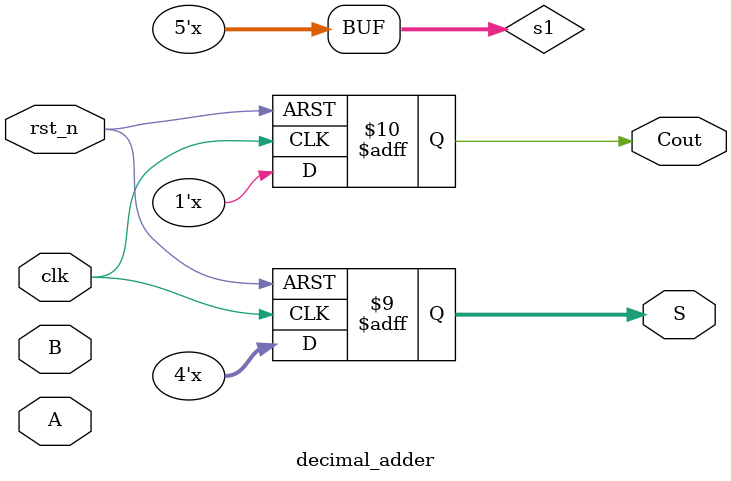
<source format=v>
`timescale 1ns / 1ps
module decimal_adder(
	A,
	B,
	S,
	Cout,
	//add,
	clk,
	rst_n
    );
/*input*/
input [3:0]A;
input [3:0]B;
//input [1:0]add;
input clk;
input rst_n;
output [3:0]S;
output Cout;
	 
reg [4:0]Sum;
reg [4:0]s1;
reg [3:0]S;
reg Cout;


always@(posedge clk or negedge rst_n)
begin
	if(~rst_n)
	begin
		Cout<=1'b0;
		S <= 4'd0;
 	end
	else
	begin
		//if(add==2'd2)
		//begin
			Cout <= s1[4];
			S <= s1[3:0];
		//end
	end
end


always@(*)
begin
	s1 <= Sum;
	Sum <= A + B;
	if(Sum > 4'd9)
	begin
		s1 <= Sum + 4'd6;
	end
end

endmodule

</source>
